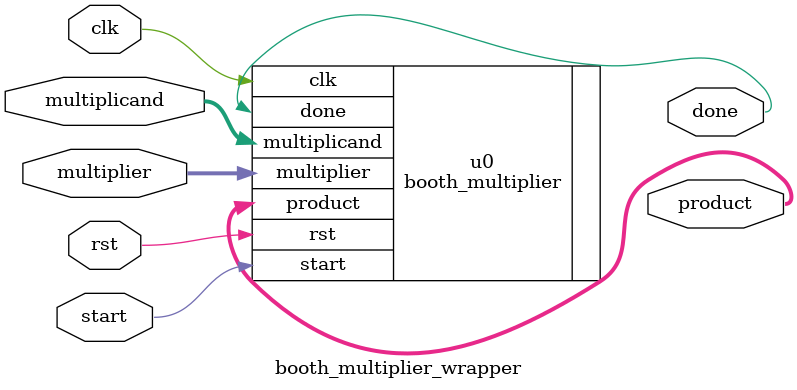
<source format=v>
 
module booth_multiplier_wrapper (
    input  wire        clk,
    input  wire        rst,
    input  wire        start,
    input  wire [63:0] multiplicand,
    input  wire [63:0] multiplier,
    output wire [63:0] product,
    output wire        done
);

booth_multiplier #(.N(64)) u0 (
    .clk(clk),
    .rst(rst),
    .start(start),
    .multiplicand(multiplicand),
    .multiplier(multiplier),
    .product(product),
    .done(done)
);

endmodule

</source>
